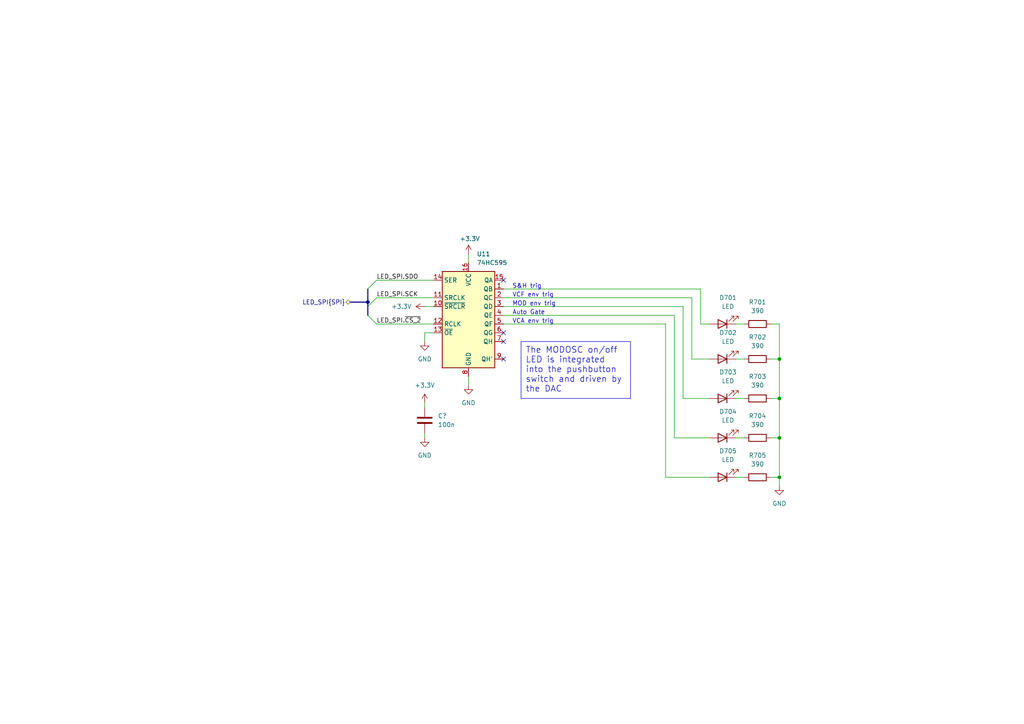
<source format=kicad_sch>
(kicad_sch (version 20230121) (generator eeschema)
  (paper "A4")
  (title_block (title "MICRO-OX Modulation Board") (date "2023-04-20") (rev "0") (comment 2 "creativecommons.org/licenses/by/4.0") (comment 3 "license: CC by 4.0") (comment 4 "Author: Jordan Aceto"))
  (lib_symbols
    (symbol "74xx:74HC595"
      (property "Reference" "U" (at -7.62 13.97 0))
      (property "Value" "74HC595" (at -7.62 -16.51 0))
      (symbol "74HC595_1_0"
        (pin tri_state line (at 10.16 7.62 180) (length 2.54) (name "QB") (number "1"))
        (pin input line (at -10.16 2.54 0) (length 2.54) (name "~{SRCLR}") (number "10"))
        (pin input line (at -10.16 5.08 0) (length 2.54) (name "SRCLK") (number "11"))
        (pin input line (at -10.16 -2.54 0) (length 2.54) (name "RCLK") (number "12"))
        (pin input line (at -10.16 -5.08 0) (length 2.54) (name "~{OE}") (number "13"))
        (pin input line (at -10.16 10.16 0) (length 2.54) (name "SER") (number "14"))
        (pin tri_state line (at 10.16 10.16 180) (length 2.54) (name "QA") (number "15"))
        (pin power_in line (at 0 15.24 270) (length 2.54) (name "VCC") (number "16"))
        (pin tri_state line (at 10.16 5.08 180) (length 2.54) (name "QC") (number "2"))
        (pin tri_state line (at 10.16 2.54 180) (length 2.54) (name "QD") (number "3"))
        (pin tri_state line (at 10.16 0 180) (length 2.54) (name "QE") (number "4"))
        (pin tri_state line (at 10.16 -2.54 180) (length 2.54) (name "QF") (number "5"))
        (pin tri_state line (at 10.16 -5.08 180) (length 2.54) (name "QG") (number "6"))
        (pin tri_state line (at 10.16 -7.62 180) (length 2.54) (name "QH") (number "7"))
        (pin power_in line (at 0 -17.78 90) (length 2.54) (name "GND") (number "8"))
        (pin output line (at 10.16 -12.7 180) (length 2.54) (name "QH'") (number "9"))
      )
      (symbol "74HC595_1_1"
        (rectangle (start -7.62 12.7) (end 7.62 -15.24) (stroke (width 0.254)) (fill (type background)))
      )
    )
    (symbol "Device:C" (pin_numbers hide) (pin_names (offset 0.254))
      (property "Reference" "C" (at 0.635 2.54 0))
      (property "Value" "C" (at 0.635 -2.54 0))
      (symbol "C_0_1"
        (polyline (pts (xy -2.032 -0.762) (xy 2.032 -0.762)) (stroke (width 0.508)))
        (polyline (pts (xy -2.032 0.762) (xy 2.032 0.762)) (stroke (width 0.508)))
      )
      (symbol "C_1_1"
        (pin passive line (at 0 3.81 270) (length 2.794) (name "~") (number "1"))
        (pin passive line (at 0 -3.81 90) (length 2.794) (name "~") (number "2"))
      )
    )
    (symbol "Device:LED" (pin_numbers hide) (pin_names (offset 1.016) hide)
      (property "Reference" "D" (at 0 2.54 0))
      (property "Value" "LED" (at 0 -2.54 0))
      (symbol "LED_0_1"
        (polyline (pts (xy -1.27 -1.27) (xy -1.27 1.27)) (stroke (width 0.254)))
        (polyline (pts (xy -1.27 0) (xy 1.27 0)))
        (polyline (pts (xy 1.27 -1.27) (xy 1.27 1.27) (xy -1.27 0) (xy 1.27 -1.27)) (stroke (width 0.254)))
        (polyline (pts (xy -3.048 -0.762) (xy -4.572 -2.286) (xy -3.81 -2.286) (xy -4.572 -2.286) (xy -4.572 -1.524)))
        (polyline (pts (xy -1.778 -0.762) (xy -3.302 -2.286) (xy -2.54 -2.286) (xy -3.302 -2.286) (xy -3.302 -1.524)))
      )
      (symbol "LED_1_1"
        (pin passive line (at -3.81 0 0) (length 2.54) (name "K") (number "1"))
        (pin passive line (at 3.81 0 180) (length 2.54) (name "A") (number "2"))
      )
    )
    (symbol "Device:R" (pin_numbers hide) (pin_names (offset 0))
      (property "Reference" "R" (at 2.032 0 90))
      (property "Value" "R" (at 0 0 90))
      (symbol "R_0_1"
        (rectangle (start -1.016 -2.54) (end 1.016 2.54) (stroke (width 0.254)))
      )
      (symbol "R_1_1"
        (pin passive line (at 0 3.81 270) (length 1.27) (name "~") (number "1"))
        (pin passive line (at 0 -3.81 90) (length 1.27) (name "~") (number "2"))
      )
    )
    (symbol "power:+3.3V" (power) (pin_names (offset 0))
      (property "Value" "+3.3V" (at 0 3.556 0))
      (symbol "+3.3V_0_1"
        (polyline (pts (xy -0.762 1.27) (xy 0 2.54)))
        (polyline (pts (xy 0 0) (xy 0 2.54)))
        (polyline (pts (xy 0 2.54) (xy 0.762 1.27)))
      )
      (symbol "+3.3V_1_1"
        (pin power_in line (at 0 0 90) (length 0) hide (name "+3.3V") (number "1"))
      )
    )
    (symbol "power:GND" (power) (pin_names (offset 0))
      (property "Value" "GND" (at 0 -3.81 0))
      (symbol "GND_0_1"
        (polyline (pts (xy 0 0) (xy 0 -1.27) (xy 1.27 -1.27) (xy 0 -2.54) (xy -1.27 -1.27) (xy 0 -1.27)))
      )
      (symbol "GND_1_1"
        (pin power_in line (at 0 0 270) (length 0) hide (name "GND") (number "1"))
      )
    )
  )
  (junction (at 226.06 115.57))
  (junction (at 226.06 138.43))
  (junction (at 226.06 127))
  (junction (at 106.68 87.63))
  (junction (at 226.06 104.14))
  (no_connect (at 146.05 81.28))
  (no_connect (at 146.05 104.14))
  (no_connect (at 146.05 99.06))
  (no_connect (at 146.05 96.52))
  (bus_entry (at 106.68 88.9) (size 2.54 -2.54))
  (bus_entry (at 106.68 83.82) (size 2.54 -2.54))
  (bus_entry (at 106.68 91.44) (size 2.54 2.54))
  (wire (pts (xy 146.05 83.82) (xy 203.2 83.82)))
  (wire (pts (xy 146.05 93.98) (xy 193.04 93.98)))
  (wire (pts (xy 203.2 83.82) (xy 203.2 93.98)))
  (wire (pts (xy 226.06 104.14) (xy 226.06 93.98)))
  (wire (pts (xy 213.36 138.43) (xy 215.9 138.43)))
  (wire (pts (xy 135.89 111.76) (xy 135.89 109.22)))
  (wire (pts (xy 123.19 116.84) (xy 123.19 118.11)))
  (wire (pts (xy 198.12 115.57) (xy 205.74 115.57)))
  (wire (pts (xy 193.04 93.98) (xy 193.04 138.43)))
  (wire (pts (xy 123.19 125.73) (xy 123.19 127)))
  (wire (pts (xy 146.05 86.36) (xy 200.66 86.36)))
  (bus (pts (xy 101.6 87.63) (xy 106.68 87.63)))
  (wire (pts (xy 123.19 99.06) (xy 123.19 96.52)))
  (bus (pts (xy 106.68 83.82) (xy 106.68 87.63)))
  (wire (pts (xy 123.19 96.52) (xy 125.73 96.52)))
  (wire (pts (xy 200.66 104.14) (xy 205.74 104.14)))
  (wire (pts (xy 198.12 88.9) (xy 198.12 115.57)))
  (wire (pts (xy 213.36 127) (xy 215.9 127)))
  (wire (pts (xy 200.66 86.36) (xy 200.66 104.14)))
  (wire (pts (xy 193.04 138.43) (xy 205.74 138.43)))
  (wire (pts (xy 109.22 93.98) (xy 125.73 93.98)))
  (wire (pts (xy 123.19 88.9) (xy 125.73 88.9)))
  (wire (pts (xy 223.52 104.14) (xy 226.06 104.14)))
  (wire (pts (xy 223.52 138.43) (xy 226.06 138.43)))
  (wire (pts (xy 195.58 127) (xy 205.74 127)))
  (wire (pts (xy 109.22 81.28) (xy 125.73 81.28)))
  (wire (pts (xy 195.58 91.44) (xy 195.58 127)))
  (wire (pts (xy 146.05 88.9) (xy 198.12 88.9)))
  (wire (pts (xy 203.2 93.98) (xy 205.74 93.98)))
  (wire (pts (xy 213.36 104.14) (xy 215.9 104.14)))
  (wire (pts (xy 109.22 86.36) (xy 125.73 86.36)))
  (wire (pts (xy 226.06 93.98) (xy 223.52 93.98)))
  (wire (pts (xy 146.05 91.44) (xy 195.58 91.44)))
  (bus (pts (xy 106.68 88.9) (xy 106.68 91.44)))
  (wire (pts (xy 226.06 127) (xy 226.06 115.57)))
  (wire (pts (xy 226.06 140.97) (xy 226.06 138.43)))
  (wire (pts (xy 223.52 127) (xy 226.06 127)))
  (wire (pts (xy 213.36 93.98) (xy 215.9 93.98)))
  (wire (pts (xy 135.89 73.66) (xy 135.89 76.2)))
  (bus (pts (xy 106.68 87.63) (xy 106.68 88.9)))
  (wire (pts (xy 223.52 115.57) (xy 226.06 115.57)))
  (wire (pts (xy 226.06 138.43) (xy 226.06 127)))
  (wire (pts (xy 226.06 115.57) (xy 226.06 104.14)))
  (wire (pts (xy 213.36 115.57) (xy 215.9 115.57)))
  (text_box "The MODOSC on/off LED is integrated into the pushbutton switch and driven by the DAC" (at 151.13 99.06 0) (size 31.75 16.51) (effects (font (size 1.75 1.75)) (justify left top)))
  (text "VCA env trig" (at 148.59 93.98 0) (effects (font (size 1.27 1.27)) (justify left bottom)))
  (text "VCF env trig" (at 148.59 86.36 0) (effects (font (size 1.27 1.27)) (justify left bottom)))
  (text "Auto Gate" (at 148.59 91.44 0) (effects (font (size 1.27 1.27)) (justify left bottom)))
  (text "S&H trig" (at 148.59 83.82 0) (effects (font (size 1.27 1.27)) (justify left bottom)))
  (text "MOD env trig" (at 148.59 88.9 0) (effects (font (size 1.27 1.27)) (justify left bottom)))
  (label "LED_SPI.SCK" (at 109.22 86.36 0))
  (label "LED_SPI.SDO" (at 109.22 81.28 0))
  (label "LED_SPI.~{CS_2}" (at 109.22 93.98 0))
  (hierarchical_label "LED_SPI{SPI}" (shape bidirectional) (at 101.6 87.63 180))
  (symbol (lib_id "power:GND") (at 123.19 127 0) (unit 1)
    (property "Reference" "#PWR0442" (effects hide))
    (property "Value" "GND" (at 123.19 132.08 0))
    (instances (project "modulation_board" (path "" (reference "#PWR0442") (unit 1)) (path "" (reference "#PWR0707") (unit 1))) (project "stereo_whooshy_sound_main_board" (path "" (reference "#PWR015") (unit 1)) (path "" (reference "#PWR0155") (unit 1))))
  )
  (symbol (lib_id "power:GND") (at 135.89 111.76 0) (unit 1)
    (property "Reference" "#PWR0704" (effects hide))
    (property "Value" "GND" (at 135.89 116.84 0))
  )
  (symbol (lib_id "Device:R") (at 219.71 127 90) (unit 1)
    (property "Reference" "R704" (at 219.71 120.65 90))
    (property "Value" "390" (at 219.71 123.19 90))
    (property "Footprint" "Resistor_SMD:R_0603_1608Metric" (effects hide))
  )
  (symbol (lib_id "Device:C") (at 123.19 121.92 0) (unit 1)
    (property "Reference" "C?" (at 127 120.65 0) (effects (justify left)))
    (property "Value" "100n" (at 127 123.19 0) (effects (justify left)))
    (property "Footprint" "Capacitor_SMD:C_0603_1608Metric" (effects hide))
    (instances (project "modulation_board" (path "" (reference "C?") (unit 1)) (path "" (reference "C701") (unit 1))))
  )
  (symbol (lib_id "Device:R") (at 219.71 104.14 90) (unit 1)
    (property "Reference" "R702" (at 219.71 97.79 90))
    (property "Value" "390" (at 219.71 100.33 90))
    (property "Footprint" "Resistor_SMD:R_0603_1608Metric" (effects hide))
  )
  (symbol (lib_id "power:+3.3V") (at 135.89 73.66 0) (unit 1)
    (property "Reference" "#PWR01020" (effects hide))
    (property "Value" "+3.3V" (at 136.271 69.2658 0))
    (instances (project "modulation_board" (path "" (reference "#PWR01020") (unit 1)) (path "" (reference "#PWR0703") (unit 1))) (project "ribbon_board" (path "" (reference "#PWR01020") (unit 1))))
  )
  (symbol (lib_id "power:GND") (at 226.06 140.97 0) (unit 1)
    (property "Reference" "#PWR0705" (effects hide))
    (property "Value" "GND" (at 226.06 146.05 0))
  )
  (symbol (lib_id "74xx:74HC595") (at 135.89 91.44 0) (unit 1)
    (property "Reference" "U11" (at 138.2635 73.66 0) (effects (justify left)))
    (property "Value" "74HC595" (at 138.2635 76.2 0) (effects (justify left)))
    (property "Footprint" "Package_SO:SOIC-16_3.9x9.9mm_P1.27mm" (effects hide))
    (property "Datasheet" "http://www.ti.com/lit/ds/symlink/sn74hc595.pdf" (effects hide))
  )
  (symbol (lib_id "Device:LED") (at 209.55 104.14 180) (unit 1)
    (property "Reference" "D702" (at 211.1375 96.52 0))
    (property "Value" "LED" (at 211.1375 99.06 0))
    (property "Footprint" "LED_THT:LED_D3.0mm" (effects hide))
  )
  (symbol (lib_id "Device:R") (at 219.71 93.98 90) (unit 1)
    (property "Reference" "R701" (at 219.71 87.63 90))
    (property "Value" "390" (at 219.71 90.17 90))
    (property "Footprint" "Resistor_SMD:R_0603_1608Metric" (effects hide))
  )
  (symbol (lib_id "Device:LED") (at 209.55 138.43 180) (unit 1)
    (property "Reference" "D705" (at 211.1375 130.81 0))
    (property "Value" "LED" (at 211.1375 133.35 0))
    (property "Footprint" "LED_THT:LED_D3.0mm" (effects hide))
  )
  (symbol (lib_id "Device:LED") (at 209.55 127 180) (unit 1)
    (property "Reference" "D704" (at 211.1375 119.38 0))
    (property "Value" "LED" (at 211.1375 121.92 0))
    (property "Footprint" "LED_THT:LED_D3.0mm" (effects hide))
  )
  (symbol (lib_id "power:GND") (at 123.19 99.06 0) (unit 1)
    (property "Reference" "#PWR0702" (effects hide))
    (property "Value" "GND" (at 123.19 104.14 0))
  )
  (symbol (lib_id "Device:R") (at 219.71 115.57 90) (unit 1)
    (property "Reference" "R703" (at 219.71 109.22 90))
    (property "Value" "390" (at 219.71 111.76 90))
    (property "Footprint" "Resistor_SMD:R_0603_1608Metric" (effects hide))
  )
  (symbol (lib_id "power:+3.3V") (at 123.19 116.84 0) (unit 1)
    (property "Reference" "#PWR0443" (effects hide))
    (property "Value" "+3.3V" (at 123.19 111.76 0))
    (instances (project "modulation_board" (path "" (reference "#PWR0443") (unit 1)) (path "" (reference "#PWR0706") (unit 1))) (project "stereo_whooshy_sound_main_board" (path "" (reference "#PWR0126") (unit 1)) (path "" (reference "#PWR0154") (unit 1))))
  )
  (symbol (lib_id "Device:LED") (at 209.55 93.98 180) (unit 1)
    (property "Reference" "D701" (at 211.1375 86.36 0))
    (property "Value" "LED" (at 211.1375 88.9 0))
    (property "Footprint" "LED_THT:LED_D3.0mm" (effects hide))
  )
  (symbol (lib_id "Device:LED") (at 209.55 115.57 180) (unit 1)
    (property "Reference" "D703" (at 211.1375 107.95 0))
    (property "Value" "LED" (at 211.1375 110.49 0))
    (property "Footprint" "LED_THT:LED_D3.0mm" (effects hide))
  )
  (symbol (lib_id "power:+3.3V") (at 123.19 88.9 90) (unit 1)
    (property "Reference" "#PWR01020" (effects hide))
    (property "Value" "+3.3V" (at 119.38 88.9 90) (effects (justify left)))
    (instances (project "modulation_board" (path "" (reference "#PWR01020") (unit 1)) (path "" (reference "#PWR0701") (unit 1))) (project "ribbon_board" (path "" (reference "#PWR01020") (unit 1))))
  )
  (symbol (lib_id "Device:R") (at 219.71 138.43 90) (unit 1)
    (property "Reference" "R705" (at 219.71 132.08 90))
    (property "Value" "390" (at 219.71 134.62 90))
    (property "Footprint" "Resistor_SMD:R_0603_1608Metric" (effects hide))
  )
)
</source>
